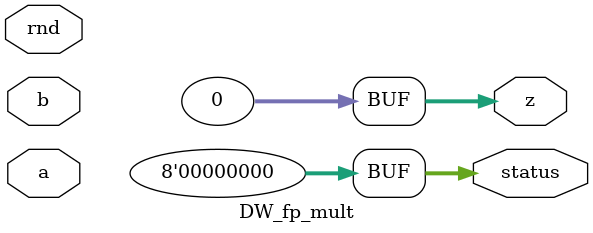
<source format=v>
module DW_fp_mult(a, b, rnd, status, z);

parameter sig_width = 23;
parameter exp_width = 8;
parameter ieee_compliance = 1;

input [sig_width + exp_width:0] a;
input [sig_width + exp_width:0] b;
input [2:0] rnd;
output [sig_width + exp_width:0] z;
output [7:0] status;

assign status = 8'h0;
assign z = {(sig_width+exp_width+1){1'b0}};

endmodule

</source>
